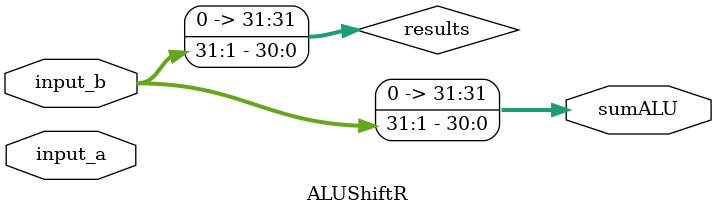
<source format=v>
module ALUShiftR (
	input [31:0] input_a, input_b,
	output [31:0] sumALU,
	);
	
	reg [31:0] results;
	assign sumALU = results;
	
	
	always @(*)
	begin
		
         // Logical shift right
           results = input_b>>1;
	end
	
endmodule
		
		
	
</source>
